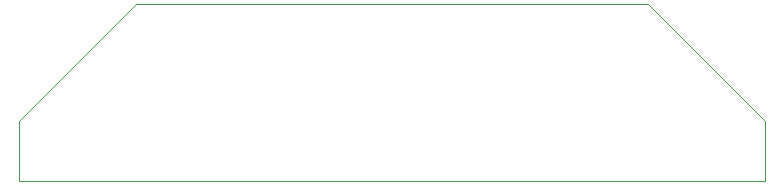
<source format=gm1>
G04 #@! TF.GenerationSoftware,KiCad,Pcbnew,(5.1.10)-1*
G04 #@! TF.CreationDate,2021-10-24T19:08:20-07:00*
G04 #@! TF.ProjectId,Atari130MX-adapter,41746172-6931-4333-904d-582d61646170,rev?*
G04 #@! TF.SameCoordinates,Original*
G04 #@! TF.FileFunction,Profile,NP*
%FSLAX46Y46*%
G04 Gerber Fmt 4.6, Leading zero omitted, Abs format (unit mm)*
G04 Created by KiCad (PCBNEW (5.1.10)-1) date 2021-10-24 19:08:20*
%MOMM*%
%LPD*%
G01*
G04 APERTURE LIST*
G04 #@! TA.AperFunction,Profile*
%ADD10C,0.050000*%
G04 #@! TD*
G04 #@! TA.AperFunction,Profile*
%ADD11C,0.120000*%
G04 #@! TD*
G04 APERTURE END LIST*
D10*
X153254000Y-14986000D02*
X150622000Y-14986000D01*
X163160000Y-24892000D02*
X153254000Y-14986000D01*
X163160000Y-26770000D02*
X163160000Y-24892000D01*
X109966000Y-14986000D02*
X150622000Y-14986000D01*
X100060000Y-24892000D02*
X109966000Y-14986000D01*
X100060000Y-26770000D02*
X100060000Y-24892000D01*
D11*
X100060000Y-29945000D02*
X100060000Y-26770000D01*
X163160000Y-29945000D02*
X163160000Y-26770000D01*
X100060000Y-29945000D02*
X163160000Y-29945000D01*
M02*

</source>
